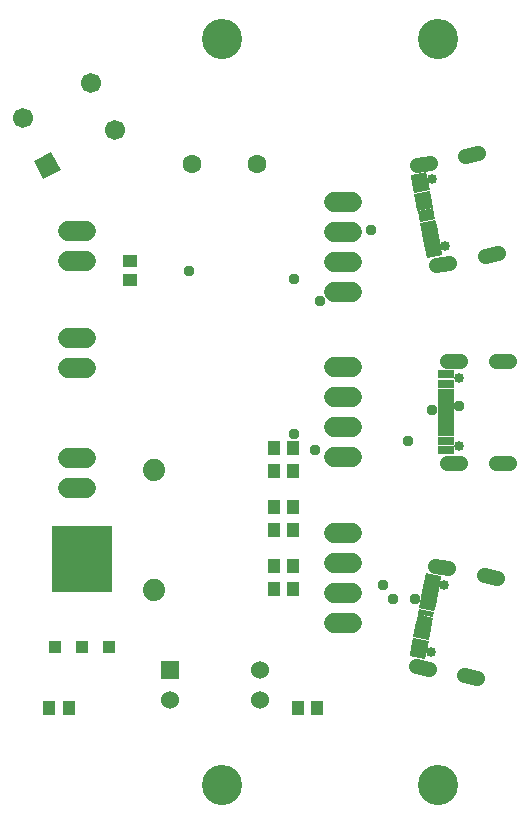
<source format=gbr>
G04 EAGLE Gerber RS-274X export*
G75*
%MOMM*%
%FSLAX34Y34*%
%LPD*%
%INSoldermask Top*%
%IPPOS*%
%AMOC8*
5,1,8,0,0,1.08239X$1,22.5*%
G01*
G04 Define Apertures*
%ADD10C,3.403200*%
%ADD11C,1.727200*%
%ADD12R,0.778200X1.353200*%
%ADD13R,0.478200X1.353200*%
%ADD14C,1.311200*%
%ADD15C,0.853200*%
%ADD16R,1.353200X0.778200*%
%ADD17R,1.353200X0.478200*%
%ADD18R,1.001900X1.177100*%
%ADD19R,1.177100X1.001900*%
%ADD20R,1.524000X1.524000*%
%ADD21C,1.524000*%
%ADD22C,1.879600*%
%ADD23R,1.112200X1.111200*%
%ADD24R,5.127000X5.708600*%
%ADD25C,1.603200*%
%ADD26C,1.701200*%
%ADD27R,1.701200X1.701200*%
%ADD28C,0.959600*%
D10*
X717713Y-315772D03*
X900399Y315772D03*
X717713Y315772D03*
X900399Y-315772D03*
D11*
X827620Y-12700D02*
X812380Y-12700D01*
X812380Y12700D02*
X827620Y12700D01*
X827620Y38100D02*
X812380Y38100D01*
X812380Y-38100D02*
X827620Y-38100D01*
X827620Y127300D02*
X812380Y127300D01*
X812380Y152700D02*
X827620Y152700D01*
X827620Y178100D02*
X812380Y178100D01*
X812380Y101900D02*
X827620Y101900D01*
X827620Y-152700D02*
X812380Y-152700D01*
X812380Y-127300D02*
X827620Y-127300D01*
X827620Y-101900D02*
X812380Y-101900D01*
X812380Y-178100D02*
X827620Y-178100D01*
D12*
G36*
X903022Y140571D02*
X904507Y132933D01*
X891224Y130351D01*
X889739Y137989D01*
X903022Y140571D01*
G37*
G36*
X901496Y148424D02*
X902981Y140786D01*
X889698Y138204D01*
X888213Y145842D01*
X901496Y148424D01*
G37*
D13*
G36*
X899588Y158241D02*
X900500Y153547D01*
X887218Y150965D01*
X886306Y155659D01*
X899588Y158241D01*
G37*
G36*
X897679Y168057D02*
X898591Y163363D01*
X885309Y160781D01*
X884397Y165475D01*
X897679Y168057D01*
G37*
G36*
X896725Y172965D02*
X897637Y168271D01*
X884355Y165689D01*
X883443Y170383D01*
X896725Y172965D01*
G37*
G36*
X894817Y182781D02*
X895729Y178087D01*
X882447Y175505D01*
X881535Y180199D01*
X894817Y182781D01*
G37*
D12*
G36*
X890811Y203395D02*
X892296Y195757D01*
X879013Y193175D01*
X877528Y200813D01*
X890811Y203395D01*
G37*
G36*
X892337Y195542D02*
X893822Y187904D01*
X880539Y185322D01*
X879054Y192960D01*
X892337Y195542D01*
G37*
D13*
G36*
X893863Y187689D02*
X894775Y182995D01*
X881493Y180413D01*
X880581Y185107D01*
X893863Y187689D01*
G37*
G36*
X895771Y177873D02*
X896683Y173179D01*
X883401Y170597D01*
X882489Y175291D01*
X895771Y177873D01*
G37*
G36*
X898634Y163149D02*
X899546Y158455D01*
X886264Y155873D01*
X885352Y160567D01*
X898634Y163149D01*
G37*
G36*
X900542Y153332D02*
X901454Y148638D01*
X888172Y146056D01*
X887260Y150750D01*
X900542Y153332D01*
G37*
D14*
X910343Y126621D02*
X899467Y124507D01*
X882981Y209319D02*
X893857Y211433D01*
X940499Y132483D02*
X951375Y134597D01*
X934889Y219409D02*
X924013Y217295D01*
D15*
X896056Y197293D03*
X907084Y140555D03*
D16*
X907838Y-32000D03*
X907838Y-24000D03*
D17*
X907838Y-12500D03*
X907838Y-2500D03*
X907838Y2500D03*
X907838Y12500D03*
D16*
X907838Y32000D03*
X907838Y24000D03*
D17*
X907838Y17500D03*
X907838Y7500D03*
X907838Y-7500D03*
X907838Y-17500D03*
D14*
X908048Y-43200D02*
X919128Y-43200D01*
X919128Y43200D02*
X908048Y43200D01*
X949848Y-43200D02*
X960928Y-43200D01*
X960928Y43200D02*
X949848Y43200D01*
D15*
X918588Y28900D03*
X918588Y-28900D03*
D12*
G36*
X891479Y-201277D02*
X889994Y-208915D01*
X876711Y-206333D01*
X878196Y-198695D01*
X891479Y-201277D01*
G37*
G36*
X893006Y-193424D02*
X891521Y-201062D01*
X878238Y-198480D01*
X879723Y-190842D01*
X893006Y-193424D01*
G37*
D13*
G36*
X894913Y-183608D02*
X894001Y-188302D01*
X880719Y-185720D01*
X881631Y-181026D01*
X894913Y-183608D01*
G37*
G36*
X896821Y-173791D02*
X895909Y-178485D01*
X882627Y-175903D01*
X883539Y-171209D01*
X896821Y-173791D01*
G37*
G36*
X897775Y-168883D02*
X896863Y-173577D01*
X883581Y-170995D01*
X884493Y-166301D01*
X897775Y-168883D01*
G37*
G36*
X899683Y-159067D02*
X898771Y-163761D01*
X885489Y-161179D01*
X886401Y-156485D01*
X899683Y-159067D01*
G37*
D12*
G36*
X903691Y-138453D02*
X902206Y-146091D01*
X888923Y-143509D01*
X890408Y-135871D01*
X903691Y-138453D01*
G37*
G36*
X902164Y-146306D02*
X900679Y-153944D01*
X887396Y-151362D01*
X888881Y-143724D01*
X902164Y-146306D01*
G37*
D13*
G36*
X900637Y-154159D02*
X899725Y-158853D01*
X886443Y-156271D01*
X887355Y-151577D01*
X900637Y-154159D01*
G37*
G36*
X898729Y-163975D02*
X897817Y-168669D01*
X884535Y-166087D01*
X885447Y-161393D01*
X898729Y-163975D01*
G37*
G36*
X895867Y-178699D02*
X894955Y-183393D01*
X881673Y-180811D01*
X882585Y-176117D01*
X895867Y-178699D01*
G37*
G36*
X893959Y-188516D02*
X893047Y-193210D01*
X879765Y-190628D01*
X880677Y-185934D01*
X893959Y-188516D01*
G37*
D14*
X893041Y-216954D02*
X882164Y-214840D01*
X898650Y-130027D02*
X909527Y-132141D01*
X923196Y-222815D02*
X934073Y-224930D01*
X950559Y-140117D02*
X939682Y-138003D01*
D15*
X906268Y-146075D03*
X895239Y-202813D03*
D18*
X571848Y-250000D03*
X588152Y-250000D03*
D19*
X640000Y111848D03*
X640000Y128152D03*
D11*
X602859Y-63989D02*
X587619Y-63989D01*
X587619Y-38589D02*
X602859Y-38589D01*
D20*
X673856Y-218077D03*
D21*
X673856Y-243477D03*
X750056Y-243477D03*
X750056Y-218077D03*
D22*
X660000Y-150800D03*
X660000Y-49200D03*
D23*
X576341Y-198835D03*
X599455Y-198835D03*
X622569Y-198835D03*
D24*
X599455Y-124016D03*
D18*
X798152Y-250000D03*
X781848Y-250000D03*
D11*
X602930Y127749D02*
X587690Y127749D01*
X587690Y153149D02*
X602930Y153149D01*
X602930Y37749D02*
X587690Y37749D01*
X587690Y63149D02*
X602930Y63149D01*
D25*
X692500Y210000D03*
X747500Y210000D03*
D18*
X778152Y-30000D03*
X761848Y-30000D03*
X778152Y-50000D03*
X761848Y-50000D03*
X778152Y-80000D03*
X761848Y-80000D03*
X778152Y-100000D03*
X761848Y-100000D03*
X778152Y-130000D03*
X761848Y-130000D03*
X778152Y-150000D03*
X761848Y-150000D03*
D26*
X606834Y278856D03*
X627543Y238905D03*
X549126Y248943D03*
D27*
G36*
X558369Y212629D02*
X573472Y220458D01*
X581301Y205355D01*
X566198Y197526D01*
X558369Y212629D01*
G37*
D28*
X854202Y-146304D03*
X844296Y153924D03*
X875538Y-24384D03*
X918972Y5334D03*
X896112Y2286D03*
X778764Y-18288D03*
X778764Y112776D03*
X796290Y-32004D03*
X800862Y94488D03*
X862584Y-158496D03*
X881634Y-158496D03*
X690000Y120000D03*
M02*

</source>
